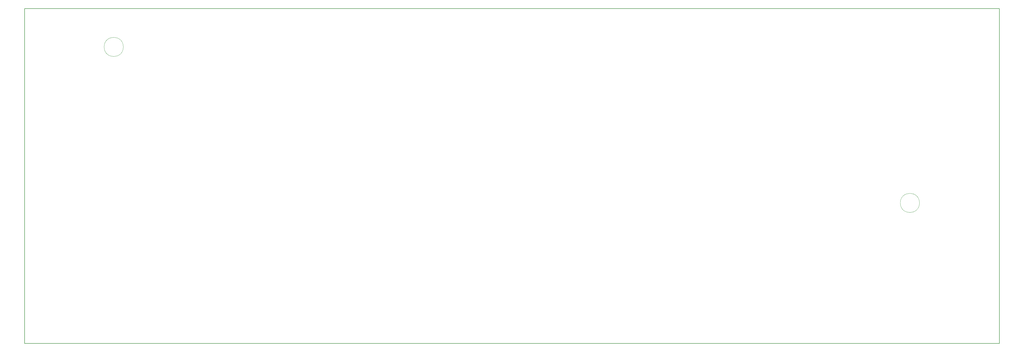
<source format=gbr>
G04 #@! TF.GenerationSoftware,KiCad,Pcbnew,(5.1.12)-1*
G04 #@! TF.CreationDate,2023-01-19T19:38:23-07:00*
G04 #@! TF.ProjectId,keyboard,6b657962-6f61-4726-942e-6b696361645f,rev?*
G04 #@! TF.SameCoordinates,Original*
G04 #@! TF.FileFunction,Profile,NP*
%FSLAX46Y46*%
G04 Gerber Fmt 4.6, Leading zero omitted, Abs format (unit mm)*
G04 Created by KiCad (PCBNEW (5.1.12)-1) date 2023-01-19 19:38:23*
%MOMM*%
%LPD*%
G01*
G04 APERTURE LIST*
G04 #@! TA.AperFunction,Profile*
%ADD10C,0.100000*%
G04 #@! TD*
G04 #@! TA.AperFunction,Profile*
%ADD11C,0.200000*%
G04 #@! TD*
G04 APERTURE END LIST*
D10*
X322500000Y-67000000D02*
G75*
G03*
X322500000Y-67000000I-3500000J0D01*
G01*
X32000000Y-10000000D02*
G75*
G03*
X32000000Y-10000000I-3500000J0D01*
G01*
D11*
X-4000000Y4000000D02*
X351662500Y4000000D01*
X351662500Y4000000D02*
X351662500Y-118300000D01*
X351662500Y-118300000D02*
X-4000000Y-118300000D01*
X-4000000Y-118300000D02*
X-4000000Y4000000D01*
X-4000000Y4000000D02*
G75*
G02*
X-4000000Y4000000I0J0D01*
G01*
X351662500Y4000000D02*
G75*
G03*
X351662500Y4000000I0J0D01*
G01*
X351662500Y-118300000D02*
G75*
G02*
X351662500Y-118300000I0J0D01*
G01*
X-4000000Y-118300000D02*
G75*
G03*
X-4000000Y-118300000I0J0D01*
G01*
M02*

</source>
